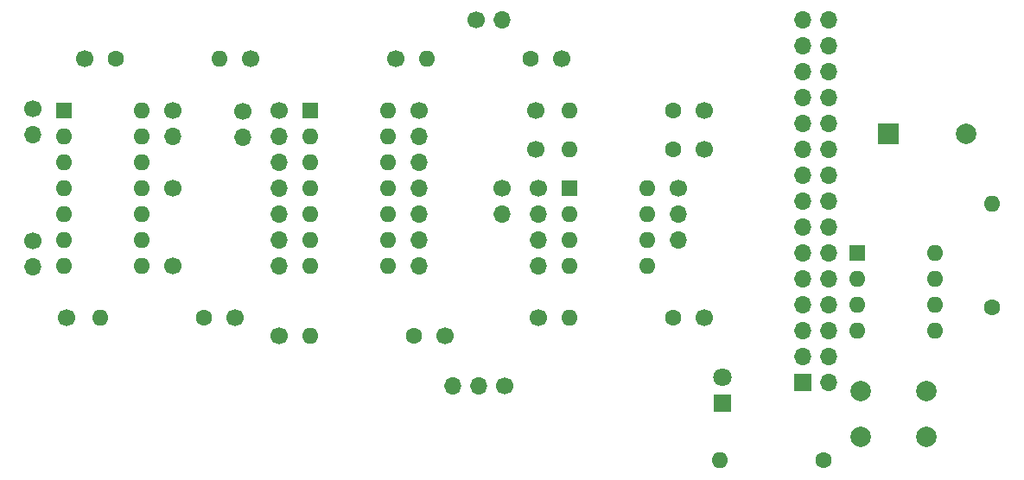
<source format=gbr>
%TF.GenerationSoftware,KiCad,Pcbnew,(6.0.5)*%
%TF.CreationDate,2022-06-19T19:54:52+02:00*%
%TF.ProjectId,bomba-robotabor,626f6d62-612d-4726-9f62-6f7461626f72,rev?*%
%TF.SameCoordinates,Original*%
%TF.FileFunction,Soldermask,Top*%
%TF.FilePolarity,Negative*%
%FSLAX46Y46*%
G04 Gerber Fmt 4.6, Leading zero omitted, Abs format (unit mm)*
G04 Created by KiCad (PCBNEW (6.0.5)) date 2022-06-19 19:54:52*
%MOMM*%
%LPD*%
G01*
G04 APERTURE LIST*
%ADD10C,1.600000*%
%ADD11O,1.600000X1.600000*%
%ADD12R,1.600000X1.600000*%
%ADD13C,1.700000*%
%ADD14O,1.700000X1.700000*%
%ADD15C,2.000000*%
%ADD16R,1.800000X1.800000*%
%ADD17C,1.800000*%
%ADD18R,2.000000X2.000000*%
%ADD19R,1.700000X1.700000*%
G04 APERTURE END LIST*
D10*
%TO.C,R1*%
X165100000Y-52070000D03*
D11*
X154940000Y-52070000D03*
%TD*%
D10*
%TO.C,R2*%
X124460000Y-52070000D03*
D11*
X134620000Y-52070000D03*
%TD*%
D10*
%TO.C,R3*%
X153670000Y-79248000D03*
D11*
X143510000Y-79248000D03*
%TD*%
D10*
%TO.C,R4*%
X179070000Y-57150000D03*
D11*
X168910000Y-57150000D03*
%TD*%
D10*
%TO.C,R5*%
X179070000Y-77470000D03*
D11*
X168910000Y-77470000D03*
%TD*%
D10*
%TO.C,R6*%
X133096000Y-77470000D03*
D11*
X122936000Y-77470000D03*
%TD*%
D10*
%TO.C,R7*%
X179070000Y-60960000D03*
D11*
X168910000Y-60960000D03*
%TD*%
D12*
%TO.C,U1*%
X119380000Y-57150000D03*
D11*
X119380000Y-59690000D03*
X119380000Y-62230000D03*
X119380000Y-64770000D03*
X119380000Y-67310000D03*
X119380000Y-69850000D03*
X119380000Y-72390000D03*
X127000000Y-72390000D03*
X127000000Y-69850000D03*
X127000000Y-67310000D03*
X127000000Y-64770000D03*
X127000000Y-62230000D03*
X127000000Y-59690000D03*
X127000000Y-57150000D03*
%TD*%
D12*
%TO.C,U2*%
X143510000Y-57150000D03*
D11*
X143510000Y-59690000D03*
X143510000Y-62230000D03*
X143510000Y-64770000D03*
X143510000Y-67310000D03*
X143510000Y-69850000D03*
X143510000Y-72390000D03*
X151130000Y-72390000D03*
X151130000Y-69850000D03*
X151130000Y-67310000D03*
X151130000Y-64770000D03*
X151130000Y-62230000D03*
X151130000Y-59690000D03*
X151130000Y-57150000D03*
%TD*%
D12*
%TO.C,U3*%
X168910000Y-64770000D03*
D11*
X168910000Y-67310000D03*
X168910000Y-69850000D03*
X168910000Y-72390000D03*
X176530000Y-72390000D03*
X176530000Y-69850000D03*
X176530000Y-67310000D03*
X176530000Y-64770000D03*
%TD*%
D13*
%TO.C, *%
X140462000Y-57150000D03*
D14*
X140462000Y-59690000D03*
X140462000Y-62230000D03*
X140462000Y-64770000D03*
X140462000Y-67310000D03*
X140462000Y-69850000D03*
X140462000Y-72390000D03*
%TD*%
D13*
%TO.C, *%
X154178000Y-57150000D03*
D14*
X154178000Y-59690000D03*
X154178000Y-62230000D03*
X154178000Y-64770000D03*
X154178000Y-67310000D03*
X154178000Y-69850000D03*
X154178000Y-72390000D03*
%TD*%
D13*
%TO.C, *%
X165862000Y-64770000D03*
D14*
X165862000Y-67310000D03*
X165862000Y-69850000D03*
X165862000Y-72390000D03*
%TD*%
D13*
%TO.C, *%
X182118000Y-77470000D03*
%TD*%
%TO.C,REF\u002A\u002A*%
X179603000Y-64770000D03*
D14*
X179603000Y-67310000D03*
X179603000Y-69850000D03*
%TD*%
D15*
%TO.C,RESET*%
X203910000Y-89118000D03*
X197410000Y-89118000D03*
X203910000Y-84618000D03*
X197410000Y-84618000D03*
%TD*%
D10*
%TO.C,R (PIEZO)*%
X210312000Y-76454000D03*
D11*
X210312000Y-66294000D03*
%TD*%
D10*
%TO.C,R (LED)*%
X193802000Y-91440000D03*
D11*
X183642000Y-91440000D03*
%TD*%
D13*
%TO.C, *%
X165608000Y-57150000D03*
%TD*%
%TO.C, *%
X151892000Y-52070000D03*
%TD*%
%TO.C, *%
X162306000Y-64770000D03*
D14*
X162306000Y-67310000D03*
%TD*%
D13*
%TO.C, *%
X165862000Y-77470000D03*
%TD*%
%TO.C, *%
X165608000Y-60960000D03*
%TD*%
D16*
%TO.C,LED*%
X183896000Y-85852000D03*
D17*
X183896000Y-83312000D03*
%TD*%
D13*
%TO.C, *%
X136144000Y-77470000D03*
%TD*%
D18*
%TO.C,PIEZO*%
X200162000Y-59436000D03*
D15*
X207762000Y-59436000D03*
%TD*%
D13*
%TO.C, *%
X159766000Y-48260000D03*
D14*
X162306000Y-48260000D03*
%TD*%
D13*
%TO.C, *%
X182118000Y-57150000D03*
%TD*%
%TO.C, *%
X130048000Y-64770000D03*
%TD*%
D12*
%TO.C,MODE*%
X197114000Y-71130000D03*
D11*
X197114000Y-73670000D03*
X197114000Y-76210000D03*
X197114000Y-78750000D03*
X204734000Y-78750000D03*
X204734000Y-76210000D03*
X204734000Y-73670000D03*
X204734000Y-71130000D03*
%TD*%
D13*
%TO.C, *%
X121412000Y-52070000D03*
%TD*%
%TO.C, *%
X162560000Y-84099000D03*
D14*
X160020000Y-84099000D03*
X157480000Y-84099000D03*
%TD*%
D13*
%TO.C, *%
X182118000Y-60960000D03*
%TD*%
%TO.C, *%
X119634000Y-77470000D03*
%TD*%
%TO.C, *%
X130048000Y-72390000D03*
%TD*%
%TO.C, *%
X130048000Y-57150000D03*
D14*
X130048000Y-59690000D03*
%TD*%
D13*
%TO.C, *%
X116357000Y-56916000D03*
D14*
X116357000Y-59456000D03*
%TD*%
D13*
%TO.C, *%
X168148000Y-52070000D03*
%TD*%
%TO.C, *%
X137668000Y-52070000D03*
%TD*%
%TO.C, *%
X140462000Y-79248000D03*
%TD*%
%TO.C, *%
X136906000Y-57170000D03*
D14*
X136906000Y-59710000D03*
%TD*%
D13*
%TO.C, *%
X116357000Y-69870000D03*
D14*
X116357000Y-72410000D03*
%TD*%
D13*
%TO.C, *%
X156718000Y-79248000D03*
%TD*%
D19*
%TO.C,REF\u002A\u002A*%
X191770000Y-83820000D03*
D14*
X194310000Y-83820000D03*
X191770000Y-81280000D03*
X194310000Y-81280000D03*
X191770000Y-78740000D03*
X194310000Y-78740000D03*
X191770000Y-76200000D03*
X194310000Y-76200000D03*
X191770000Y-73660000D03*
X194310000Y-73660000D03*
X191770000Y-71120000D03*
X194310000Y-71120000D03*
X191770000Y-68580000D03*
X194310000Y-68580000D03*
X191770000Y-66040000D03*
X194310000Y-66040000D03*
X191770000Y-63500000D03*
X194310000Y-63500000D03*
X191770000Y-60960000D03*
X194310000Y-60960000D03*
X191770000Y-58420000D03*
X194310000Y-58420000D03*
X191770000Y-55880000D03*
X194310000Y-55880000D03*
X191770000Y-53340000D03*
X194310000Y-53340000D03*
X191770000Y-50800000D03*
X194310000Y-50800000D03*
X191770000Y-48260000D03*
X194310000Y-48260000D03*
%TD*%
M02*

</source>
